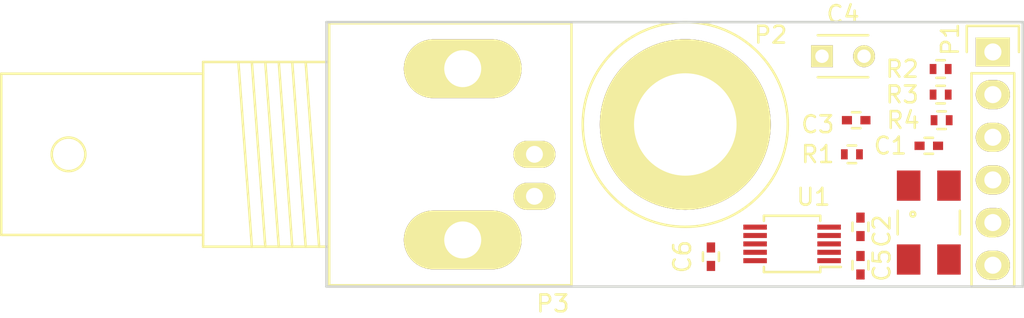
<source format=kicad_pcb>
(kicad_pcb (version 4) (host pcbnew "(2015-11-17 BZR 6321)-product")

  (general
    (links 32)
    (no_connects 32)
    (area 151.202319 89.69966 221.653102 113.442247)
    (thickness 1.6)
    (drawings 4)
    (tracks 1)
    (zones 0)
    (modules 15)
    (nets 12)
  )

  (page A4)
  (title_block
    (title "Simple Function Generator")
    (date 2016-01-08)
    (rev v1.0)
    (company "Released under the CERN Open Hardware License v1.2")
    (comment 1 jeh.wicker@gmail.com)
    (comment 2 "Jenner Hanni")
    (comment 3 "Wickerbox Electronics")
  )

  (layers
    (0 F.Cu signal)
    (31 B.Cu signal)
    (34 B.Paste user hide)
    (35 F.Paste user hide)
    (36 B.SilkS user)
    (37 F.SilkS user)
    (38 B.Mask user)
    (39 F.Mask user)
    (44 Edge.Cuts user)
  )

  (setup
    (last_trace_width 0.1524)
    (user_trace_width 0.1524)
    (user_trace_width 0.254)
    (user_trace_width 0.3302)
    (user_trace_width 0.508)
    (user_trace_width 0.762)
    (trace_clearance 0.254)
    (zone_clearance 0.508)
    (zone_45_only no)
    (trace_min 0.1524)
    (segment_width 0.2)
    (edge_width 0.15)
    (via_size 0.6858)
    (via_drill 0.3302)
    (via_min_size 0.6858)
    (via_min_drill 0.3302)
    (user_via 0.6858 0.3302)
    (user_via 0.762 0.4064)
    (user_via 0.8636 0.508)
    (uvia_size 0.762)
    (uvia_drill 0.508)
    (uvias_allowed no)
    (uvia_min_size 0)
    (uvia_min_drill 0)
    (pcb_text_width 0.3)
    (pcb_text_size 1.5 1.5)
    (mod_edge_width 0.15)
    (mod_text_size 1 1)
    (mod_text_width 0.15)
    (pad_size 1.524 1.524)
    (pad_drill 0.762)
    (pad_to_mask_clearance 0.2)
    (aux_axis_origin 0 0)
    (grid_origin 190.5 108.712)
    (visible_elements FFFEDF7F)
    (pcbplotparams
      (layerselection 0x00030_80000001)
      (usegerberextensions false)
      (excludeedgelayer true)
      (linewidth 0.100000)
      (plotframeref false)
      (viasonmask false)
      (mode 1)
      (useauxorigin false)
      (hpglpennumber 1)
      (hpglpenspeed 20)
      (hpglpendiameter 15)
      (hpglpenoverlay 2)
      (psnegative false)
      (psa4output false)
      (plotreference true)
      (plotvalue true)
      (plotinvisibletext false)
      (padsonsilk false)
      (subtractmaskfromsilk false)
      (outputformat 1)
      (mirror false)
      (drillshape 1)
      (scaleselection 1)
      (outputdirectory ""))
  )

  (net 0 "")
  (net 1 +5V)
  (net 2 GNDD)
  (net 3 "Net-(C2-Pad1)")
  (net 4 GNDA)
  (net 5 "Net-(C5-Pad2)")
  (net 6 "Net-(C6-Pad1)")
  (net 7 "Net-(P1-Pad2)")
  (net 8 "Net-(P1-Pad3)")
  (net 9 "Net-(P1-Pad4)")
  (net 10 "Net-(P1-Pad5)")
  (net 11 "Net-(Q1-Pad3)")

  (net_class Default "This is the default net class."
    (clearance 0.254)
    (trace_width 0.1524)
    (via_dia 0.6858)
    (via_drill 0.3302)
    (uvia_dia 0.762)
    (uvia_drill 0.508)
    (add_net +5V)
    (add_net GNDA)
    (add_net GNDD)
    (add_net "Net-(C2-Pad1)")
    (add_net "Net-(C5-Pad2)")
    (add_net "Net-(C6-Pad1)")
    (add_net "Net-(P1-Pad2)")
    (add_net "Net-(P1-Pad3)")
    (add_net "Net-(P1-Pad4)")
    (add_net "Net-(P1-Pad5)")
    (add_net "Net-(Q1-Pad3)")
  )

  (net_class Power ""
    (clearance 0.3302)
    (trace_width 0.508)
    (via_dia 0.762)
    (via_drill 0.4064)
    (uvia_dia 0.762)
    (uvia_drill 0.508)
  )

  (module Capacitors_SMD:C_0402 (layer F.Cu) (tedit 5415D599) (tstamp 56909324)
    (at 206.756 101.346 180)
    (descr "Capacitor SMD 0402, reflow soldering, AVX (see smccp.pdf)")
    (tags "capacitor 0402")
    (path /567FB63C)
    (attr smd)
    (fp_text reference C1 (at 2.286 0 180) (layer F.SilkS)
      (effects (font (size 1 1) (thickness 0.15)))
    )
    (fp_text value 100nF (at 0 1.7 180) (layer F.Fab)
      (effects (font (size 1 1) (thickness 0.15)))
    )
    (fp_line (start -1.15 -0.6) (end 1.15 -0.6) (layer F.CrtYd) (width 0.05))
    (fp_line (start -1.15 0.6) (end 1.15 0.6) (layer F.CrtYd) (width 0.05))
    (fp_line (start -1.15 -0.6) (end -1.15 0.6) (layer F.CrtYd) (width 0.05))
    (fp_line (start 1.15 -0.6) (end 1.15 0.6) (layer F.CrtYd) (width 0.05))
    (fp_line (start 0.25 -0.475) (end -0.25 -0.475) (layer F.SilkS) (width 0.15))
    (fp_line (start -0.25 0.475) (end 0.25 0.475) (layer F.SilkS) (width 0.15))
    (pad 1 smd rect (at -0.55 0 180) (size 0.6 0.5) (layers F.Cu F.Paste F.Mask)
      (net 1 +5V))
    (pad 2 smd rect (at 0.55 0 180) (size 0.6 0.5) (layers F.Cu F.Paste F.Mask)
      (net 2 GNDD))
    (model Capacitors_SMD.3dshapes/C_0402.wrl
      (at (xyz 0 0 0))
      (scale (xyz 1 1 1))
      (rotate (xyz 0 0 0))
    )
  )

  (module Capacitors_SMD:C_0402 (layer F.Cu) (tedit 5415D599) (tstamp 5690932A)
    (at 202.692 106.172 90)
    (descr "Capacitor SMD 0402, reflow soldering, AVX (see smccp.pdf)")
    (tags "capacitor 0402")
    (path /567F998F)
    (attr smd)
    (fp_text reference C2 (at -0.254 1.27 90) (layer F.SilkS)
      (effects (font (size 1 1) (thickness 0.15)))
    )
    (fp_text value 100nF (at 0 1.7 90) (layer F.Fab)
      (effects (font (size 1 1) (thickness 0.15)))
    )
    (fp_line (start -1.15 -0.6) (end 1.15 -0.6) (layer F.CrtYd) (width 0.05))
    (fp_line (start -1.15 0.6) (end 1.15 0.6) (layer F.CrtYd) (width 0.05))
    (fp_line (start -1.15 -0.6) (end -1.15 0.6) (layer F.CrtYd) (width 0.05))
    (fp_line (start 1.15 -0.6) (end 1.15 0.6) (layer F.CrtYd) (width 0.05))
    (fp_line (start 0.25 -0.475) (end -0.25 -0.475) (layer F.SilkS) (width 0.15))
    (fp_line (start -0.25 0.475) (end 0.25 0.475) (layer F.SilkS) (width 0.15))
    (pad 1 smd rect (at -0.55 0 90) (size 0.6 0.5) (layers F.Cu F.Paste F.Mask)
      (net 3 "Net-(C2-Pad1)"))
    (pad 2 smd rect (at 0.55 0 90) (size 0.6 0.5) (layers F.Cu F.Paste F.Mask)
      (net 2 GNDD))
    (model Capacitors_SMD.3dshapes/C_0402.wrl
      (at (xyz 0 0 0))
      (scale (xyz 1 1 1))
      (rotate (xyz 0 0 0))
    )
  )

  (module Capacitors_SMD:C_0402 (layer F.Cu) (tedit 5415D599) (tstamp 56909330)
    (at 202.438 99.822 180)
    (descr "Capacitor SMD 0402, reflow soldering, AVX (see smccp.pdf)")
    (tags "capacitor 0402")
    (path /567F988E)
    (attr smd)
    (fp_text reference C3 (at 2.286 -0.254 180) (layer F.SilkS)
      (effects (font (size 1 1) (thickness 0.15)))
    )
    (fp_text value 100nF (at 0 1.7 180) (layer F.Fab)
      (effects (font (size 1 1) (thickness 0.15)))
    )
    (fp_line (start -1.15 -0.6) (end 1.15 -0.6) (layer F.CrtYd) (width 0.05))
    (fp_line (start -1.15 0.6) (end 1.15 0.6) (layer F.CrtYd) (width 0.05))
    (fp_line (start -1.15 -0.6) (end -1.15 0.6) (layer F.CrtYd) (width 0.05))
    (fp_line (start 1.15 -0.6) (end 1.15 0.6) (layer F.CrtYd) (width 0.05))
    (fp_line (start 0.25 -0.475) (end -0.25 -0.475) (layer F.SilkS) (width 0.15))
    (fp_line (start -0.25 0.475) (end 0.25 0.475) (layer F.SilkS) (width 0.15))
    (pad 1 smd rect (at -0.55 0 180) (size 0.6 0.5) (layers F.Cu F.Paste F.Mask)
      (net 1 +5V))
    (pad 2 smd rect (at 0.55 0 180) (size 0.6 0.5) (layers F.Cu F.Paste F.Mask)
      (net 4 GNDA))
    (model Capacitors_SMD.3dshapes/C_0402.wrl
      (at (xyz 0 0 0))
      (scale (xyz 1 1 1))
      (rotate (xyz 0 0 0))
    )
  )

  (module Capacitors_SMD:C_0402 (layer F.Cu) (tedit 5415D599) (tstamp 5690933C)
    (at 202.692 108.458 90)
    (descr "Capacitor SMD 0402, reflow soldering, AVX (see smccp.pdf)")
    (tags "capacitor 0402")
    (path /567F9D07)
    (attr smd)
    (fp_text reference C5 (at 0 1.27 90) (layer F.SilkS)
      (effects (font (size 1 1) (thickness 0.15)))
    )
    (fp_text value 100nF (at 0 1.7 90) (layer F.Fab)
      (effects (font (size 1 1) (thickness 0.15)))
    )
    (fp_line (start -1.15 -0.6) (end 1.15 -0.6) (layer F.CrtYd) (width 0.05))
    (fp_line (start -1.15 0.6) (end 1.15 0.6) (layer F.CrtYd) (width 0.05))
    (fp_line (start -1.15 -0.6) (end -1.15 0.6) (layer F.CrtYd) (width 0.05))
    (fp_line (start 1.15 -0.6) (end 1.15 0.6) (layer F.CrtYd) (width 0.05))
    (fp_line (start 0.25 -0.475) (end -0.25 -0.475) (layer F.SilkS) (width 0.15))
    (fp_line (start -0.25 0.475) (end 0.25 0.475) (layer F.SilkS) (width 0.15))
    (pad 1 smd rect (at -0.55 0 90) (size 0.6 0.5) (layers F.Cu F.Paste F.Mask)
      (net 1 +5V))
    (pad 2 smd rect (at 0.55 0 90) (size 0.6 0.5) (layers F.Cu F.Paste F.Mask)
      (net 5 "Net-(C5-Pad2)"))
    (model Capacitors_SMD.3dshapes/C_0402.wrl
      (at (xyz 0 0 0))
      (scale (xyz 1 1 1))
      (rotate (xyz 0 0 0))
    )
  )

  (module Capacitors_SMD:C_0402 (layer F.Cu) (tedit 5415D599) (tstamp 56909342)
    (at 193.802 107.95 90)
    (descr "Capacitor SMD 0402, reflow soldering, AVX (see smccp.pdf)")
    (tags "capacitor 0402")
    (path /567FA218)
    (attr smd)
    (fp_text reference C6 (at 0 -1.7 90) (layer F.SilkS)
      (effects (font (size 1 1) (thickness 0.15)))
    )
    (fp_text value 100nF (at 0 1.7 90) (layer F.Fab)
      (effects (font (size 1 1) (thickness 0.15)))
    )
    (fp_line (start -1.15 -0.6) (end 1.15 -0.6) (layer F.CrtYd) (width 0.05))
    (fp_line (start -1.15 0.6) (end 1.15 0.6) (layer F.CrtYd) (width 0.05))
    (fp_line (start -1.15 -0.6) (end -1.15 0.6) (layer F.CrtYd) (width 0.05))
    (fp_line (start 1.15 -0.6) (end 1.15 0.6) (layer F.CrtYd) (width 0.05))
    (fp_line (start 0.25 -0.475) (end -0.25 -0.475) (layer F.SilkS) (width 0.15))
    (fp_line (start -0.25 0.475) (end 0.25 0.475) (layer F.SilkS) (width 0.15))
    (pad 1 smd rect (at -0.55 0 90) (size 0.6 0.5) (layers F.Cu F.Paste F.Mask)
      (net 6 "Net-(C6-Pad1)"))
    (pad 2 smd rect (at 0.55 0 90) (size 0.6 0.5) (layers F.Cu F.Paste F.Mask)
      (net 4 GNDA))
    (model Capacitors_SMD.3dshapes/C_0402.wrl
      (at (xyz 0 0 0))
      (scale (xyz 1 1 1))
      (rotate (xyz 0 0 0))
    )
  )

  (module Pin_Headers:Pin_Header_Straight_1x06 (layer F.Cu) (tedit 0) (tstamp 5690934C)
    (at 210.566 95.758)
    (descr "Through hole pin header")
    (tags "pin header")
    (path /567FB3CC)
    (fp_text reference P1 (at -2.54 -0.762 90) (layer F.SilkS)
      (effects (font (size 1 1) (thickness 0.15)))
    )
    (fp_text value "TO TEENSY 3.1+" (at 0 -3.1) (layer F.Fab)
      (effects (font (size 1 1) (thickness 0.15)))
    )
    (fp_line (start -1.75 -1.75) (end -1.75 14.45) (layer F.CrtYd) (width 0.05))
    (fp_line (start 1.75 -1.75) (end 1.75 14.45) (layer F.CrtYd) (width 0.05))
    (fp_line (start -1.75 -1.75) (end 1.75 -1.75) (layer F.CrtYd) (width 0.05))
    (fp_line (start -1.75 14.45) (end 1.75 14.45) (layer F.CrtYd) (width 0.05))
    (fp_line (start 1.27 1.27) (end 1.27 13.97) (layer F.SilkS) (width 0.15))
    (fp_line (start 1.27 13.97) (end -1.27 13.97) (layer F.SilkS) (width 0.15))
    (fp_line (start -1.27 13.97) (end -1.27 1.27) (layer F.SilkS) (width 0.15))
    (fp_line (start 1.55 -1.55) (end 1.55 0) (layer F.SilkS) (width 0.15))
    (fp_line (start 1.27 1.27) (end -1.27 1.27) (layer F.SilkS) (width 0.15))
    (fp_line (start -1.55 0) (end -1.55 -1.55) (layer F.SilkS) (width 0.15))
    (fp_line (start -1.55 -1.55) (end 1.55 -1.55) (layer F.SilkS) (width 0.15))
    (pad 1 thru_hole rect (at 0 0) (size 2.032 1.7272) (drill 1.016) (layers *.Cu *.Mask F.SilkS)
      (net 1 +5V))
    (pad 2 thru_hole oval (at 0 2.54) (size 2.032 1.7272) (drill 1.016) (layers *.Cu *.Mask F.SilkS)
      (net 7 "Net-(P1-Pad2)"))
    (pad 3 thru_hole oval (at 0 5.08) (size 2.032 1.7272) (drill 1.016) (layers *.Cu *.Mask F.SilkS)
      (net 8 "Net-(P1-Pad3)"))
    (pad 4 thru_hole oval (at 0 7.62) (size 2.032 1.7272) (drill 1.016) (layers *.Cu *.Mask F.SilkS)
      (net 9 "Net-(P1-Pad4)"))
    (pad 5 thru_hole oval (at 0 10.16) (size 2.032 1.7272) (drill 1.016) (layers *.Cu *.Mask F.SilkS)
      (net 10 "Net-(P1-Pad5)"))
    (pad 6 thru_hole oval (at 0 12.7) (size 2.032 1.7272) (drill 1.016) (layers *.Cu *.Mask F.SilkS)
      (net 2 GNDD))
    (model Pin_Headers.3dshapes/Pin_Header_Straight_1x06.wrl
      (at (xyz 0 -0.25 0))
      (scale (xyz 1 1 1))
      (rotate (xyz 0 0 90))
    )
  )

  (module Connect:Banana_Jack_1Pin (layer F.Cu) (tedit 0) (tstamp 56909351)
    (at 192.278 100.076)
    (descr "Single banana socket, footprint - 6mm drill")
    (tags "banana socket")
    (path /567FA307)
    (fp_text reference P2 (at 5.08 -5.334) (layer F.SilkS)
      (effects (font (size 1 1) (thickness 0.15)))
    )
    (fp_text value OUT (at 0.762 -8.382) (layer F.Fab)
      (effects (font (size 1 1) (thickness 0.15)))
    )
    (fp_circle (center 0 0) (end 0 -6.096) (layer F.SilkS) (width 0.15))
    (pad 1 thru_hole circle (at 0 0) (size 10.16 10.16) (drill 6.096) (layers *.Cu *.Mask F.SilkS)
      (net 6 "Net-(C6-Pad1)"))
    (model Connect.3dshapes/Banana_Jack_1Pin.wrl
      (at (xyz 0 0 0))
      (scale (xyz 2 2 2))
      (rotate (xyz 0 0 0))
    )
  )

  (module Sockets_BNC:BNC_Socket_TYCO-AMP_LargePads (layer F.Cu) (tedit 0) (tstamp 56909359)
    (at 178.308 101.854 90)
    (descr "BNC Socket TYCO AMP")
    (tags "BNC Socket TYCO AMP")
    (path /567FA34A)
    (fp_text reference P3 (at -8.89 6.096 180) (layer F.SilkS)
      (effects (font (size 1 1) (thickness 0.15)))
    )
    (fp_text value BNC (at 10.89914 -9.6012 180) (layer F.Fab)
      (effects (font (size 1 1) (thickness 0.15)))
    )
    (fp_line (start -5.4991 -11.80084) (end 5.4991 -12.60094) (layer F.SilkS) (width 0.15))
    (fp_line (start -5.4991 -11.00074) (end 5.4991 -11.80084) (layer F.SilkS) (width 0.15))
    (fp_line (start -5.4991 -10.20064) (end 5.4991 -11.00074) (layer F.SilkS) (width 0.15))
    (fp_line (start -5.4991 -9.40054) (end 5.4991 -10.20064) (layer F.SilkS) (width 0.15))
    (fp_line (start -5.4991 -8.60044) (end 5.4991 -9.40054) (layer F.SilkS) (width 0.15))
    (fp_line (start -5.4991 -7.80034) (end 5.4991 -8.60044) (layer F.SilkS) (width 0.15))
    (fp_circle (center 0 -22.69998) (end 1.00076 -22.69998) (layer F.SilkS) (width 0.15))
    (fp_line (start 4.8006 -14.69898) (end 4.8006 -26.70048) (layer F.SilkS) (width 0.15))
    (fp_line (start 4.8006 -26.70048) (end -4.8006 -26.70048) (layer F.SilkS) (width 0.15))
    (fp_line (start -4.8006 -26.70048) (end -4.8006 -14.69898) (layer F.SilkS) (width 0.15))
    (fp_line (start 5.4991 -7.2009) (end 5.4991 -14.69898) (layer F.SilkS) (width 0.15))
    (fp_line (start 5.4991 -14.69898) (end -5.4991 -14.69898) (layer F.SilkS) (width 0.15))
    (fp_line (start -5.4991 -14.69898) (end -5.4991 -7.2009) (layer F.SilkS) (width 0.15))
    (fp_line (start -7.80034 7.2009) (end 7.80034 7.2009) (layer F.SilkS) (width 0.15))
    (fp_line (start 7.80034 7.2009) (end 7.80034 -7.2009) (layer F.SilkS) (width 0.15))
    (fp_line (start 7.80034 -7.2009) (end -7.80034 -7.2009) (layer F.SilkS) (width 0.15))
    (fp_line (start -7.80034 -7.2009) (end -7.80034 7.2009) (layer F.SilkS) (width 0.15))
    (pad 2 thru_hole oval (at -5.09778 0.7366 90) (size 3.50012 7.00024) (drill 2.19964) (layers *.Cu *.Mask F.SilkS)
      (net 4 GNDA))
    (pad 2 thru_hole oval (at 5.10032 0.7366 90) (size 3.50012 7.00024) (drill 2.19964) (layers *.Cu *.Mask F.SilkS)
      (net 4 GNDA))
    (pad 1 thru_hole oval (at 0 5.00126 90) (size 1.6002 2.49936) (drill 1.00076) (layers *.Cu *.Mask F.SilkS)
      (net 6 "Net-(C6-Pad1)"))
    (pad 2 thru_hole oval (at -2.49936 5.00126 90) (size 1.6002 2.49936) (drill 1.00076) (layers *.Cu *.Mask F.SilkS)
      (net 4 GNDA))
    (model Sockets_BNC.3dshapes/BNC_Socket_TYCO-AMP_LargePads.wrl
      (at (xyz 0 0 0))
      (scale (xyz 0.3937 0.3937 0.3937))
      (rotate (xyz 0 0 0))
    )
  )

  (module Crystals:Crystal_SMD_0603_4Pads (layer F.Cu) (tedit 0) (tstamp 56909361)
    (at 206.756 105.918 270)
    (descr "Crystal, Quarz, SMD, 0603, 4 Pads,")
    (tags "Crystal, Quarz, SMD, 0603, 4 Pads,")
    (path /567FADBA)
    (attr smd)
    (fp_text reference Q1 (at 0 -3.81 270) (layer F.SilkS)
      (effects (font (size 1 1) (thickness 0.15)))
    )
    (fp_text value CB3-3C-25M0000 (at 0 3.81 270) (layer F.Fab)
      (effects (font (size 1 1) (thickness 0.15)))
    )
    (fp_circle (center 0 0) (end 0.50038 0) (layer F.Adhes) (width 0.381))
    (fp_circle (center 0 0) (end 0.14986 0) (layer F.Adhes) (width 0.381))
    (fp_circle (center -0.50038 0.94996) (end -0.39878 1.04902) (layer F.SilkS) (width 0.15))
    (fp_line (start 0.70104 1.84912) (end -0.70104 1.84912) (layer F.SilkS) (width 0.15))
    (fp_line (start -0.70104 -1.84912) (end 0.70104 -1.84912) (layer F.SilkS) (width 0.15))
    (pad 1 smd rect (at -2.19964 1.19888 270) (size 1.80086 1.39954) (layers F.Cu F.Paste F.Mask)
      (net 10 "Net-(P1-Pad5)"))
    (pad 2 smd rect (at 2.19964 1.19888 270) (size 1.80086 1.39954) (layers F.Cu F.Paste F.Mask)
      (net 2 GNDD))
    (pad 3 smd rect (at 2.19964 -1.19888 270) (size 1.80086 1.39954) (layers F.Cu F.Paste F.Mask)
      (net 11 "Net-(Q1-Pad3)"))
    (pad 4 smd rect (at -2.19964 -1.19888 270) (size 1.80086 1.39954) (layers F.Cu F.Paste F.Mask)
      (net 1 +5V))
  )

  (module Resistors_SMD:R_0402 (layer F.Cu) (tedit 5415CBB8) (tstamp 56909367)
    (at 202.184 101.854)
    (descr "Resistor SMD 0402, reflow soldering, Vishay (see dcrcw.pdf)")
    (tags "resistor 0402")
    (path /567F9E7B)
    (attr smd)
    (fp_text reference R1 (at -2.032 0) (layer F.SilkS)
      (effects (font (size 1 1) (thickness 0.15)))
    )
    (fp_text value 0 (at 0 1.8) (layer F.Fab)
      (effects (font (size 1 1) (thickness 0.15)))
    )
    (fp_line (start -0.95 -0.65) (end 0.95 -0.65) (layer F.CrtYd) (width 0.05))
    (fp_line (start -0.95 0.65) (end 0.95 0.65) (layer F.CrtYd) (width 0.05))
    (fp_line (start -0.95 -0.65) (end -0.95 0.65) (layer F.CrtYd) (width 0.05))
    (fp_line (start 0.95 -0.65) (end 0.95 0.65) (layer F.CrtYd) (width 0.05))
    (fp_line (start 0.25 -0.525) (end -0.25 -0.525) (layer F.SilkS) (width 0.15))
    (fp_line (start -0.25 0.525) (end 0.25 0.525) (layer F.SilkS) (width 0.15))
    (pad 1 smd rect (at -0.45 0) (size 0.4 0.6) (layers F.Cu F.Paste F.Mask)
      (net 4 GNDA))
    (pad 2 smd rect (at 0.45 0) (size 0.4 0.6) (layers F.Cu F.Paste F.Mask)
      (net 2 GNDD))
    (model Resistors_SMD.3dshapes/R_0402.wrl
      (at (xyz 0 0 0))
      (scale (xyz 1 1 1))
      (rotate (xyz 0 0 0))
    )
  )

  (module Resistors_SMD:R_0402 (layer F.Cu) (tedit 5415CBB8) (tstamp 5690936D)
    (at 207.46 96.774)
    (descr "Resistor SMD 0402, reflow soldering, Vishay (see dcrcw.pdf)")
    (tags "resistor 0402")
    (path /567FD1C5)
    (attr smd)
    (fp_text reference R2 (at -2.286 0) (layer F.SilkS)
      (effects (font (size 1 1) (thickness 0.15)))
    )
    (fp_text value DNP (at 0 1.8) (layer F.Fab)
      (effects (font (size 1 1) (thickness 0.15)))
    )
    (fp_line (start -0.95 -0.65) (end 0.95 -0.65) (layer F.CrtYd) (width 0.05))
    (fp_line (start -0.95 0.65) (end 0.95 0.65) (layer F.CrtYd) (width 0.05))
    (fp_line (start -0.95 -0.65) (end -0.95 0.65) (layer F.CrtYd) (width 0.05))
    (fp_line (start 0.95 -0.65) (end 0.95 0.65) (layer F.CrtYd) (width 0.05))
    (fp_line (start 0.25 -0.525) (end -0.25 -0.525) (layer F.SilkS) (width 0.15))
    (fp_line (start -0.25 0.525) (end 0.25 0.525) (layer F.SilkS) (width 0.15))
    (pad 1 smd rect (at -0.45 0) (size 0.4 0.6) (layers F.Cu F.Paste F.Mask)
      (net 1 +5V))
    (pad 2 smd rect (at 0.45 0) (size 0.4 0.6) (layers F.Cu F.Paste F.Mask)
      (net 7 "Net-(P1-Pad2)"))
    (model Resistors_SMD.3dshapes/R_0402.wrl
      (at (xyz 0 0 0))
      (scale (xyz 1 1 1))
      (rotate (xyz 0 0 0))
    )
  )

  (module Resistors_SMD:R_0402 (layer F.Cu) (tedit 5415CBB8) (tstamp 56909373)
    (at 207.46 98.298)
    (descr "Resistor SMD 0402, reflow soldering, Vishay (see dcrcw.pdf)")
    (tags "resistor 0402")
    (path /567FD227)
    (attr smd)
    (fp_text reference R3 (at -2.286 0) (layer F.SilkS)
      (effects (font (size 1 1) (thickness 0.15)))
    )
    (fp_text value DNP (at 0 1.8) (layer F.Fab)
      (effects (font (size 1 1) (thickness 0.15)))
    )
    (fp_line (start -0.95 -0.65) (end 0.95 -0.65) (layer F.CrtYd) (width 0.05))
    (fp_line (start -0.95 0.65) (end 0.95 0.65) (layer F.CrtYd) (width 0.05))
    (fp_line (start -0.95 -0.65) (end -0.95 0.65) (layer F.CrtYd) (width 0.05))
    (fp_line (start 0.95 -0.65) (end 0.95 0.65) (layer F.CrtYd) (width 0.05))
    (fp_line (start 0.25 -0.525) (end -0.25 -0.525) (layer F.SilkS) (width 0.15))
    (fp_line (start -0.25 0.525) (end 0.25 0.525) (layer F.SilkS) (width 0.15))
    (pad 1 smd rect (at -0.45 0) (size 0.4 0.6) (layers F.Cu F.Paste F.Mask)
      (net 1 +5V))
    (pad 2 smd rect (at 0.45 0) (size 0.4 0.6) (layers F.Cu F.Paste F.Mask)
      (net 8 "Net-(P1-Pad3)"))
    (model Resistors_SMD.3dshapes/R_0402.wrl
      (at (xyz 0 0 0))
      (scale (xyz 1 1 1))
      (rotate (xyz 0 0 0))
    )
  )

  (module Resistors_SMD:R_0402 (layer F.Cu) (tedit 5415CBB8) (tstamp 56909379)
    (at 207.518 99.822)
    (descr "Resistor SMD 0402, reflow soldering, Vishay (see dcrcw.pdf)")
    (tags "resistor 0402")
    (path /567FD27D)
    (attr smd)
    (fp_text reference R4 (at -2.286 0) (layer F.SilkS)
      (effects (font (size 1 1) (thickness 0.15)))
    )
    (fp_text value DNP (at 0 1.8) (layer F.Fab)
      (effects (font (size 1 1) (thickness 0.15)))
    )
    (fp_line (start -0.95 -0.65) (end 0.95 -0.65) (layer F.CrtYd) (width 0.05))
    (fp_line (start -0.95 0.65) (end 0.95 0.65) (layer F.CrtYd) (width 0.05))
    (fp_line (start -0.95 -0.65) (end -0.95 0.65) (layer F.CrtYd) (width 0.05))
    (fp_line (start 0.95 -0.65) (end 0.95 0.65) (layer F.CrtYd) (width 0.05))
    (fp_line (start 0.25 -0.525) (end -0.25 -0.525) (layer F.SilkS) (width 0.15))
    (fp_line (start -0.25 0.525) (end 0.25 0.525) (layer F.SilkS) (width 0.15))
    (pad 1 smd rect (at -0.45 0) (size 0.4 0.6) (layers F.Cu F.Paste F.Mask)
      (net 1 +5V))
    (pad 2 smd rect (at 0.45 0) (size 0.4 0.6) (layers F.Cu F.Paste F.Mask)
      (net 9 "Net-(P1-Pad4)"))
    (model Resistors_SMD.3dshapes/R_0402.wrl
      (at (xyz 0 0 0))
      (scale (xyz 1 1 1))
      (rotate (xyz 0 0 0))
    )
  )

  (module Housings_SSOP:MSOP-10_3x3mm_Pitch0.5mm (layer F.Cu) (tedit 54130A77) (tstamp 56909387)
    (at 198.628 107.188 180)
    (descr "10-Lead Plastic Micro Small Outline Package (MS) [MSOP] (see Microchip Packaging Specification 00000049BS.pdf)")
    (tags "SSOP 0.5")
    (path /567F985C)
    (attr smd)
    (fp_text reference U1 (at -1.27 2.794 180) (layer F.SilkS)
      (effects (font (size 1 1) (thickness 0.15)))
    )
    (fp_text value AD9833 (at 0 2.6 180) (layer F.Fab)
      (effects (font (size 1 1) (thickness 0.15)))
    )
    (fp_line (start -3.15 -1.85) (end -3.15 1.85) (layer F.CrtYd) (width 0.05))
    (fp_line (start 3.15 -1.85) (end 3.15 1.85) (layer F.CrtYd) (width 0.05))
    (fp_line (start -3.15 -1.85) (end 3.15 -1.85) (layer F.CrtYd) (width 0.05))
    (fp_line (start -3.15 1.85) (end 3.15 1.85) (layer F.CrtYd) (width 0.05))
    (fp_line (start -1.675 -1.675) (end -1.675 -1.375) (layer F.SilkS) (width 0.15))
    (fp_line (start 1.675 -1.675) (end 1.675 -1.375) (layer F.SilkS) (width 0.15))
    (fp_line (start 1.675 1.675) (end 1.675 1.375) (layer F.SilkS) (width 0.15))
    (fp_line (start -1.675 1.675) (end -1.675 1.375) (layer F.SilkS) (width 0.15))
    (fp_line (start -1.675 -1.675) (end 1.675 -1.675) (layer F.SilkS) (width 0.15))
    (fp_line (start -1.675 1.675) (end 1.675 1.675) (layer F.SilkS) (width 0.15))
    (fp_line (start -1.675 -1.375) (end -2.9 -1.375) (layer F.SilkS) (width 0.15))
    (pad 1 smd rect (at -2.2 -1 180) (size 1.4 0.3) (layers F.Cu F.Paste F.Mask)
      (net 5 "Net-(C5-Pad2)"))
    (pad 2 smd rect (at -2.2 -0.5 180) (size 1.4 0.3) (layers F.Cu F.Paste F.Mask)
      (net 1 +5V))
    (pad 3 smd rect (at -2.2 0 180) (size 1.4 0.3) (layers F.Cu F.Paste F.Mask)
      (net 3 "Net-(C2-Pad1)"))
    (pad 4 smd rect (at -2.2 0.5 180) (size 1.4 0.3) (layers F.Cu F.Paste F.Mask)
      (net 2 GNDD))
    (pad 5 smd rect (at -2.2 1 180) (size 1.4 0.3) (layers F.Cu F.Paste F.Mask)
      (net 11 "Net-(Q1-Pad3)"))
    (pad 6 smd rect (at 2.2 1 180) (size 1.4 0.3) (layers F.Cu F.Paste F.Mask)
      (net 8 "Net-(P1-Pad3)"))
    (pad 7 smd rect (at 2.2 0.5 180) (size 1.4 0.3) (layers F.Cu F.Paste F.Mask)
      (net 7 "Net-(P1-Pad2)"))
    (pad 8 smd rect (at 2.2 0 180) (size 1.4 0.3) (layers F.Cu F.Paste F.Mask)
      (net 9 "Net-(P1-Pad4)"))
    (pad 9 smd rect (at 2.2 -0.5 180) (size 1.4 0.3) (layers F.Cu F.Paste F.Mask)
      (net 4 GNDA))
    (pad 10 smd rect (at 2.2 -1 180) (size 1.4 0.3) (layers F.Cu F.Paste F.Mask)
      (net 6 "Net-(C6-Pad1)"))
    (model Housings_SSOP.3dshapes/MSOP-10_3x3mm_Pitch0.5mm.wrl
      (at (xyz 0 0 0))
      (scale (xyz 1 1 1))
      (rotate (xyz 0 0 0))
    )
  )

  (module Capacitors_ThroughHole:C_Disc_D3_P2.5 (layer F.Cu) (tedit 0) (tstamp 5692B102)
    (at 200.406 96.012)
    (descr "Capacitor 3mm Disc, Pitch 2.5mm")
    (tags Capacitor)
    (fp_text reference C4 (at 1.25 -2.5) (layer F.SilkS)
      (effects (font (size 1 1) (thickness 0.15)))
    )
    (fp_text value C_Disc_D3_P2.5 (at 1.25 2.5) (layer F.Fab)
      (effects (font (size 1 1) (thickness 0.15)))
    )
    (fp_line (start -0.9 -1.5) (end 3.4 -1.5) (layer F.CrtYd) (width 0.05))
    (fp_line (start 3.4 -1.5) (end 3.4 1.5) (layer F.CrtYd) (width 0.05))
    (fp_line (start 3.4 1.5) (end -0.9 1.5) (layer F.CrtYd) (width 0.05))
    (fp_line (start -0.9 1.5) (end -0.9 -1.5) (layer F.CrtYd) (width 0.05))
    (fp_line (start -0.25 -1.25) (end 2.75 -1.25) (layer F.SilkS) (width 0.15))
    (fp_line (start 2.75 1.25) (end -0.25 1.25) (layer F.SilkS) (width 0.15))
    (pad 1 thru_hole rect (at 0 0) (size 1.3 1.3) (drill 0.8) (layers *.Cu *.Mask F.SilkS))
    (pad 2 thru_hole circle (at 2.5 0) (size 1.3 1.3) (drill 0.8001) (layers *.Cu *.Mask F.SilkS))
    (model Capacitors_ThroughHole.3dshapes/C_Disc_D3_P2.5.wrl
      (at (xyz 0.0492126 0 0))
      (scale (xyz 1 1 1))
      (rotate (xyz 0 0 0))
    )
  )

  (gr_line (start 170.942 109.728) (end 170.942 93.98) (layer Edge.Cuts) (width 0.15))
  (gr_line (start 212.344 109.728) (end 170.942 109.728) (layer Edge.Cuts) (width 0.15))
  (gr_line (start 212.344 93.98) (end 212.344 109.728) (layer Edge.Cuts) (width 0.15))
  (gr_line (start 170.942 93.98) (end 212.344 93.98) (layer Edge.Cuts) (width 0.15))

  (segment (start 221.234 94.996) (end 220.726 94.996) (width 0.3302) (layer Dwgs.User) (net 0))

)

</source>
